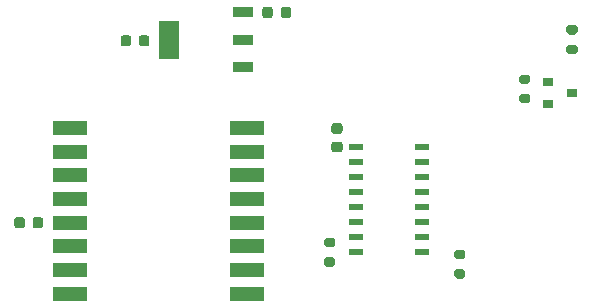
<source format=gbr>
%TF.GenerationSoftware,KiCad,Pcbnew,(5.1.9)-1*%
%TF.CreationDate,2021-01-06T17:39:48+00:00*%
%TF.ProjectId,RFMduino,52464d64-7569-46e6-9f2e-6b696361645f,rev?*%
%TF.SameCoordinates,Original*%
%TF.FileFunction,Paste,Top*%
%TF.FilePolarity,Positive*%
%FSLAX46Y46*%
G04 Gerber Fmt 4.6, Leading zero omitted, Abs format (unit mm)*
G04 Created by KiCad (PCBNEW (5.1.9)-1) date 2021-01-06 17:39:48*
%MOMM*%
%LPD*%
G01*
G04 APERTURE LIST*
%ADD10R,0.900000X0.800000*%
%ADD11R,1.750000X0.950000*%
%ADD12R,1.750000X3.200000*%
%ADD13R,1.198880X0.599440*%
%ADD14R,2.999740X1.198880*%
G04 APERTURE END LIST*
%TO.C,C1*%
G36*
G01*
X153275000Y-73450000D02*
X153275000Y-72950000D01*
G75*
G02*
X153500000Y-72725000I225000J0D01*
G01*
X153950000Y-72725000D01*
G75*
G02*
X154175000Y-72950000I0J-225000D01*
G01*
X154175000Y-73450000D01*
G75*
G02*
X153950000Y-73675000I-225000J0D01*
G01*
X153500000Y-73675000D01*
G75*
G02*
X153275000Y-73450000I0J225000D01*
G01*
G37*
G36*
G01*
X154825000Y-73450000D02*
X154825000Y-72950000D01*
G75*
G02*
X155050000Y-72725000I225000J0D01*
G01*
X155500000Y-72725000D01*
G75*
G02*
X155725000Y-72950000I0J-225000D01*
G01*
X155725000Y-73450000D01*
G75*
G02*
X155500000Y-73675000I-225000J0D01*
G01*
X155050000Y-73675000D01*
G75*
G02*
X154825000Y-73450000I0J225000D01*
G01*
G37*
%TD*%
%TO.C,C2*%
G36*
G01*
X142175000Y-75350000D02*
X142175000Y-75850000D01*
G75*
G02*
X141950000Y-76075000I-225000J0D01*
G01*
X141500000Y-76075000D01*
G75*
G02*
X141275000Y-75850000I0J225000D01*
G01*
X141275000Y-75350000D01*
G75*
G02*
X141500000Y-75125000I225000J0D01*
G01*
X141950000Y-75125000D01*
G75*
G02*
X142175000Y-75350000I0J-225000D01*
G01*
G37*
G36*
G01*
X143725000Y-75350000D02*
X143725000Y-75850000D01*
G75*
G02*
X143500000Y-76075000I-225000J0D01*
G01*
X143050000Y-76075000D01*
G75*
G02*
X142825000Y-75850000I0J225000D01*
G01*
X142825000Y-75350000D01*
G75*
G02*
X143050000Y-75125000I225000J0D01*
G01*
X143500000Y-75125000D01*
G75*
G02*
X143725000Y-75350000I0J-225000D01*
G01*
G37*
%TD*%
%TO.C,C3*%
G36*
G01*
X159850000Y-83475000D02*
X159350000Y-83475000D01*
G75*
G02*
X159125000Y-83250000I0J225000D01*
G01*
X159125000Y-82800000D01*
G75*
G02*
X159350000Y-82575000I225000J0D01*
G01*
X159850000Y-82575000D01*
G75*
G02*
X160075000Y-82800000I0J-225000D01*
G01*
X160075000Y-83250000D01*
G75*
G02*
X159850000Y-83475000I-225000J0D01*
G01*
G37*
G36*
G01*
X159850000Y-85025000D02*
X159350000Y-85025000D01*
G75*
G02*
X159125000Y-84800000I0J225000D01*
G01*
X159125000Y-84350000D01*
G75*
G02*
X159350000Y-84125000I225000J0D01*
G01*
X159850000Y-84125000D01*
G75*
G02*
X160075000Y-84350000I0J-225000D01*
G01*
X160075000Y-84800000D01*
G75*
G02*
X159850000Y-85025000I-225000J0D01*
G01*
G37*
%TD*%
%TO.C,C4*%
G36*
G01*
X134725000Y-90750000D02*
X134725000Y-91250000D01*
G75*
G02*
X134500000Y-91475000I-225000J0D01*
G01*
X134050000Y-91475000D01*
G75*
G02*
X133825000Y-91250000I0J225000D01*
G01*
X133825000Y-90750000D01*
G75*
G02*
X134050000Y-90525000I225000J0D01*
G01*
X134500000Y-90525000D01*
G75*
G02*
X134725000Y-90750000I0J-225000D01*
G01*
G37*
G36*
G01*
X133175000Y-90750000D02*
X133175000Y-91250000D01*
G75*
G02*
X132950000Y-91475000I-225000J0D01*
G01*
X132500000Y-91475000D01*
G75*
G02*
X132275000Y-91250000I0J225000D01*
G01*
X132275000Y-90750000D01*
G75*
G02*
X132500000Y-90525000I225000J0D01*
G01*
X132950000Y-90525000D01*
G75*
G02*
X133175000Y-90750000I0J-225000D01*
G01*
G37*
%TD*%
D10*
%TO.C,Q1*%
X177500000Y-79050000D03*
X177500000Y-80950000D03*
X179500000Y-80000000D03*
%TD*%
%TO.C,R1*%
G36*
G01*
X158725000Y-93925000D02*
X159275000Y-93925000D01*
G75*
G02*
X159475000Y-94125000I0J-200000D01*
G01*
X159475000Y-94525000D01*
G75*
G02*
X159275000Y-94725000I-200000J0D01*
G01*
X158725000Y-94725000D01*
G75*
G02*
X158525000Y-94525000I0J200000D01*
G01*
X158525000Y-94125000D01*
G75*
G02*
X158725000Y-93925000I200000J0D01*
G01*
G37*
G36*
G01*
X158725000Y-92275000D02*
X159275000Y-92275000D01*
G75*
G02*
X159475000Y-92475000I0J-200000D01*
G01*
X159475000Y-92875000D01*
G75*
G02*
X159275000Y-93075000I-200000J0D01*
G01*
X158725000Y-93075000D01*
G75*
G02*
X158525000Y-92875000I0J200000D01*
G01*
X158525000Y-92475000D01*
G75*
G02*
X158725000Y-92275000I200000J0D01*
G01*
G37*
%TD*%
%TO.C,R2*%
G36*
G01*
X169725000Y-93275000D02*
X170275000Y-93275000D01*
G75*
G02*
X170475000Y-93475000I0J-200000D01*
G01*
X170475000Y-93875000D01*
G75*
G02*
X170275000Y-94075000I-200000J0D01*
G01*
X169725000Y-94075000D01*
G75*
G02*
X169525000Y-93875000I0J200000D01*
G01*
X169525000Y-93475000D01*
G75*
G02*
X169725000Y-93275000I200000J0D01*
G01*
G37*
G36*
G01*
X169725000Y-94925000D02*
X170275000Y-94925000D01*
G75*
G02*
X170475000Y-95125000I0J-200000D01*
G01*
X170475000Y-95525000D01*
G75*
G02*
X170275000Y-95725000I-200000J0D01*
G01*
X169725000Y-95725000D01*
G75*
G02*
X169525000Y-95525000I0J200000D01*
G01*
X169525000Y-95125000D01*
G75*
G02*
X169725000Y-94925000I200000J0D01*
G01*
G37*
%TD*%
%TO.C,R3*%
G36*
G01*
X179225000Y-74275000D02*
X179775000Y-74275000D01*
G75*
G02*
X179975000Y-74475000I0J-200000D01*
G01*
X179975000Y-74875000D01*
G75*
G02*
X179775000Y-75075000I-200000J0D01*
G01*
X179225000Y-75075000D01*
G75*
G02*
X179025000Y-74875000I0J200000D01*
G01*
X179025000Y-74475000D01*
G75*
G02*
X179225000Y-74275000I200000J0D01*
G01*
G37*
G36*
G01*
X179225000Y-75925000D02*
X179775000Y-75925000D01*
G75*
G02*
X179975000Y-76125000I0J-200000D01*
G01*
X179975000Y-76525000D01*
G75*
G02*
X179775000Y-76725000I-200000J0D01*
G01*
X179225000Y-76725000D01*
G75*
G02*
X179025000Y-76525000I0J200000D01*
G01*
X179025000Y-76125000D01*
G75*
G02*
X179225000Y-75925000I200000J0D01*
G01*
G37*
%TD*%
%TO.C,R4*%
G36*
G01*
X175225000Y-80100000D02*
X175775000Y-80100000D01*
G75*
G02*
X175975000Y-80300000I0J-200000D01*
G01*
X175975000Y-80700000D01*
G75*
G02*
X175775000Y-80900000I-200000J0D01*
G01*
X175225000Y-80900000D01*
G75*
G02*
X175025000Y-80700000I0J200000D01*
G01*
X175025000Y-80300000D01*
G75*
G02*
X175225000Y-80100000I200000J0D01*
G01*
G37*
G36*
G01*
X175225000Y-78450000D02*
X175775000Y-78450000D01*
G75*
G02*
X175975000Y-78650000I0J-200000D01*
G01*
X175975000Y-79050000D01*
G75*
G02*
X175775000Y-79250000I-200000J0D01*
G01*
X175225000Y-79250000D01*
G75*
G02*
X175025000Y-79050000I0J200000D01*
G01*
X175025000Y-78650000D01*
G75*
G02*
X175225000Y-78450000I200000J0D01*
G01*
G37*
%TD*%
D11*
%TO.C,U1*%
X151650000Y-77800000D03*
X151650000Y-75500000D03*
X151650000Y-73200000D03*
D12*
X145350000Y-75500000D03*
%TD*%
D13*
%TO.C,U2*%
X161200920Y-84555000D03*
X161200920Y-85825000D03*
X161200920Y-87095000D03*
X161200920Y-88365000D03*
X161200920Y-89635000D03*
X161200920Y-90905000D03*
X161200920Y-92175000D03*
X161200920Y-93445000D03*
X166799080Y-93445000D03*
X166799080Y-92175000D03*
X166799080Y-90905000D03*
X166799080Y-89635000D03*
X166799080Y-88365000D03*
X166799080Y-87095000D03*
X166799080Y-85825000D03*
X166799080Y-84555000D03*
%TD*%
D14*
%TO.C,U3*%
X151998080Y-96997700D03*
X151998080Y-94998720D03*
X151998080Y-92999740D03*
X151998080Y-90998220D03*
X151998080Y-89001780D03*
X151998080Y-87000260D03*
X151998080Y-85001280D03*
X151998080Y-83002300D03*
X137001920Y-83002300D03*
X137001920Y-85001280D03*
X137001920Y-87000260D03*
X137001920Y-89001780D03*
X137001920Y-90998220D03*
X137001920Y-92999740D03*
X137001920Y-94998720D03*
X137001920Y-96997700D03*
%TD*%
M02*

</source>
